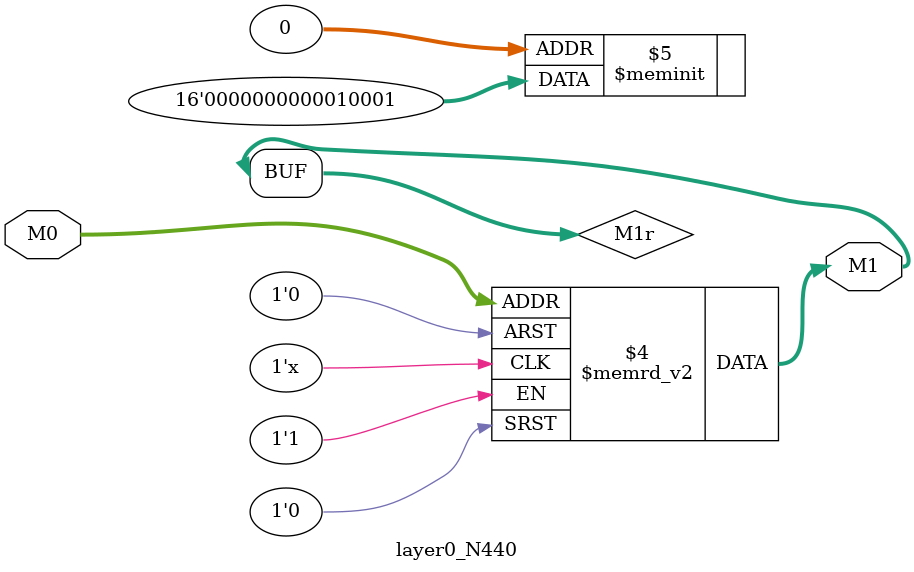
<source format=v>
module layer0_N440 ( input [2:0] M0, output [1:0] M1 );

	(*rom_style = "distributed" *) reg [1:0] M1r;
	assign M1 = M1r;
	always @ (M0) begin
		case (M0)
			3'b000: M1r = 2'b01;
			3'b100: M1r = 2'b00;
			3'b010: M1r = 2'b01;
			3'b110: M1r = 2'b00;
			3'b001: M1r = 2'b00;
			3'b101: M1r = 2'b00;
			3'b011: M1r = 2'b00;
			3'b111: M1r = 2'b00;

		endcase
	end
endmodule

</source>
